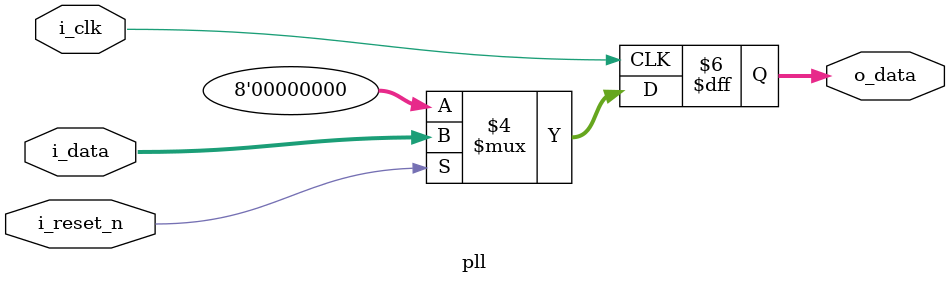
<source format=v>

`default_nettype none
`timescale 1ps/1ps

module pll(
    input   wire    [0:0]   i_clk,
    input   wire    [0:0]   i_reset_n,
    input   wire    [7:0]   i_data,
    output  reg     [7:0]   o_data
);

always @(posedge i_clk) begin
    if(!i_reset_n) begin
        o_data <= 8'h00;
    end else begin
        o_data <= i_data;
    end
end

endmodule

</source>
